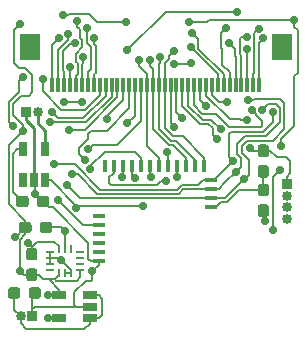
<source format=gtl>
G04 #@! TF.GenerationSoftware,KiCad,Pcbnew,(5.0.0)*
G04 #@! TF.CreationDate,2018-11-26T10:25:21+01:00*
G04 #@! TF.ProjectId,Insole_PCB,496E736F6C655F5043422E6B69636164,rev?*
G04 #@! TF.SameCoordinates,Original*
G04 #@! TF.FileFunction,Copper,L1,Top,Signal*
G04 #@! TF.FilePolarity,Positive*
%FSLAX46Y46*%
G04 Gerber Fmt 4.6, Leading zero omitted, Abs format (unit mm)*
G04 Created by KiCad (PCBNEW (5.0.0)) date 11/26/18 10:25:21*
%MOMM*%
%LPD*%
G01*
G04 APERTURE LIST*
G04 #@! TA.AperFunction,Conductor*
%ADD10C,0.100000*%
G04 #@! TD*
G04 #@! TA.AperFunction,SMDPad,CuDef*
%ADD11C,0.950000*%
G04 #@! TD*
G04 #@! TA.AperFunction,ComponentPad*
%ADD12R,0.850000X0.850000*%
G04 #@! TD*
G04 #@! TA.AperFunction,ComponentPad*
%ADD13O,0.850000X0.850000*%
G04 #@! TD*
G04 #@! TA.AperFunction,SMDPad,CuDef*
%ADD14R,1.800000X2.200000*%
G04 #@! TD*
G04 #@! TA.AperFunction,SMDPad,CuDef*
%ADD15R,0.300000X1.300000*%
G04 #@! TD*
G04 #@! TA.AperFunction,SMDPad,CuDef*
%ADD16R,1.000000X0.410000*%
G04 #@! TD*
G04 #@! TA.AperFunction,SMDPad,CuDef*
%ADD17R,0.410000X1.000000*%
G04 #@! TD*
G04 #@! TA.AperFunction,SMDPad,CuDef*
%ADD18R,0.650000X1.220000*%
G04 #@! TD*
G04 #@! TA.AperFunction,SMDPad,CuDef*
%ADD19R,0.250000X0.675000*%
G04 #@! TD*
G04 #@! TA.AperFunction,SMDPad,CuDef*
%ADD20R,0.675000X0.250000*%
G04 #@! TD*
G04 #@! TA.AperFunction,SMDPad,CuDef*
%ADD21R,1.220000X0.650000*%
G04 #@! TD*
G04 #@! TA.AperFunction,ViaPad*
%ADD22C,0.700000*%
G04 #@! TD*
G04 #@! TA.AperFunction,Conductor*
%ADD23C,0.250000*%
G04 #@! TD*
G04 #@! TA.AperFunction,Conductor*
%ADD24C,0.160000*%
G04 #@! TD*
G04 APERTURE END LIST*
D10*
G04 #@! TO.N,+BATT*
G04 #@! TO.C,C3*
G36*
X145310779Y-86976144D02*
X145333834Y-86979563D01*
X145356443Y-86985227D01*
X145378387Y-86993079D01*
X145399457Y-87003044D01*
X145419448Y-87015026D01*
X145438168Y-87028910D01*
X145455438Y-87044562D01*
X145471090Y-87061832D01*
X145484974Y-87080552D01*
X145496956Y-87100543D01*
X145506921Y-87121613D01*
X145514773Y-87143557D01*
X145520437Y-87166166D01*
X145523856Y-87189221D01*
X145525000Y-87212500D01*
X145525000Y-87687500D01*
X145523856Y-87710779D01*
X145520437Y-87733834D01*
X145514773Y-87756443D01*
X145506921Y-87778387D01*
X145496956Y-87799457D01*
X145484974Y-87819448D01*
X145471090Y-87838168D01*
X145455438Y-87855438D01*
X145438168Y-87871090D01*
X145419448Y-87884974D01*
X145399457Y-87896956D01*
X145378387Y-87906921D01*
X145356443Y-87914773D01*
X145333834Y-87920437D01*
X145310779Y-87923856D01*
X145287500Y-87925000D01*
X144712500Y-87925000D01*
X144689221Y-87923856D01*
X144666166Y-87920437D01*
X144643557Y-87914773D01*
X144621613Y-87906921D01*
X144600543Y-87896956D01*
X144580552Y-87884974D01*
X144561832Y-87871090D01*
X144544562Y-87855438D01*
X144528910Y-87838168D01*
X144515026Y-87819448D01*
X144503044Y-87799457D01*
X144493079Y-87778387D01*
X144485227Y-87756443D01*
X144479563Y-87733834D01*
X144476144Y-87710779D01*
X144475000Y-87687500D01*
X144475000Y-87212500D01*
X144476144Y-87189221D01*
X144479563Y-87166166D01*
X144485227Y-87143557D01*
X144493079Y-87121613D01*
X144503044Y-87100543D01*
X144515026Y-87080552D01*
X144528910Y-87061832D01*
X144544562Y-87044562D01*
X144561832Y-87028910D01*
X144580552Y-87015026D01*
X144600543Y-87003044D01*
X144621613Y-86993079D01*
X144643557Y-86985227D01*
X144666166Y-86979563D01*
X144689221Y-86976144D01*
X144712500Y-86975000D01*
X145287500Y-86975000D01*
X145310779Y-86976144D01*
X145310779Y-86976144D01*
G37*
D11*
G04 #@! TD*
G04 #@! TO.P,C3,2*
G04 #@! TO.N,+BATT*
X145000000Y-87450000D03*
D10*
G04 #@! TO.N,GND*
G04 #@! TO.C,C3*
G36*
X147060779Y-86976144D02*
X147083834Y-86979563D01*
X147106443Y-86985227D01*
X147128387Y-86993079D01*
X147149457Y-87003044D01*
X147169448Y-87015026D01*
X147188168Y-87028910D01*
X147205438Y-87044562D01*
X147221090Y-87061832D01*
X147234974Y-87080552D01*
X147246956Y-87100543D01*
X147256921Y-87121613D01*
X147264773Y-87143557D01*
X147270437Y-87166166D01*
X147273856Y-87189221D01*
X147275000Y-87212500D01*
X147275000Y-87687500D01*
X147273856Y-87710779D01*
X147270437Y-87733834D01*
X147264773Y-87756443D01*
X147256921Y-87778387D01*
X147246956Y-87799457D01*
X147234974Y-87819448D01*
X147221090Y-87838168D01*
X147205438Y-87855438D01*
X147188168Y-87871090D01*
X147169448Y-87884974D01*
X147149457Y-87896956D01*
X147128387Y-87906921D01*
X147106443Y-87914773D01*
X147083834Y-87920437D01*
X147060779Y-87923856D01*
X147037500Y-87925000D01*
X146462500Y-87925000D01*
X146439221Y-87923856D01*
X146416166Y-87920437D01*
X146393557Y-87914773D01*
X146371613Y-87906921D01*
X146350543Y-87896956D01*
X146330552Y-87884974D01*
X146311832Y-87871090D01*
X146294562Y-87855438D01*
X146278910Y-87838168D01*
X146265026Y-87819448D01*
X146253044Y-87799457D01*
X146243079Y-87778387D01*
X146235227Y-87756443D01*
X146229563Y-87733834D01*
X146226144Y-87710779D01*
X146225000Y-87687500D01*
X146225000Y-87212500D01*
X146226144Y-87189221D01*
X146229563Y-87166166D01*
X146235227Y-87143557D01*
X146243079Y-87121613D01*
X146253044Y-87100543D01*
X146265026Y-87080552D01*
X146278910Y-87061832D01*
X146294562Y-87044562D01*
X146311832Y-87028910D01*
X146330552Y-87015026D01*
X146350543Y-87003044D01*
X146371613Y-86993079D01*
X146393557Y-86985227D01*
X146416166Y-86979563D01*
X146439221Y-86976144D01*
X146462500Y-86975000D01*
X147037500Y-86975000D01*
X147060779Y-86976144D01*
X147060779Y-86976144D01*
G37*
D11*
G04 #@! TD*
G04 #@! TO.P,C3,1*
G04 #@! TO.N,GND*
X146750000Y-87450000D03*
D12*
G04 #@! TO.P,J1,1*
G04 #@! TO.N,GND*
X146000000Y-72100000D03*
D13*
G04 #@! TO.P,J1,2*
G04 #@! TO.N,+5V*
X147000000Y-72100000D03*
G04 #@! TD*
G04 #@! TO.P,J2,2*
G04 #@! TO.N,+BATT*
X145550000Y-89400000D03*
D12*
G04 #@! TO.P,J2,1*
G04 #@! TO.N,GND*
X146550000Y-89400000D03*
G04 #@! TD*
G04 #@! TO.P,J3,1*
G04 #@! TO.N,GND*
X168100000Y-78200000D03*
D13*
G04 #@! TO.P,J3,2*
G04 #@! TO.N,Net-(J3-Pad2)*
X168100000Y-79200000D03*
G04 #@! TO.P,J3,3*
G04 #@! TO.N,Net-(J3-Pad3)*
X168100000Y-80200000D03*
G04 #@! TO.P,J3,4*
G04 #@! TO.N,Net-(J3-Pad4)*
X168100000Y-81200000D03*
G04 #@! TD*
D14*
G04 #@! TO.P,J4,MP*
G04 #@! TO.N,N/C*
X146350000Y-66600000D03*
X167650000Y-66600000D03*
D15*
G04 #@! TO.P,J4,1*
G04 #@! TO.N,/U1_A7*
X165750000Y-69850000D03*
G04 #@! TO.P,J4,2*
G04 #@! TO.N,/U1_A6*
X165250000Y-69850000D03*
G04 #@! TO.P,J4,3*
G04 #@! TO.N,/U1_A5*
X164750000Y-69850000D03*
G04 #@! TO.P,J4,4*
G04 #@! TO.N,/U1_A4*
X164250000Y-69850000D03*
G04 #@! TO.P,J4,5*
G04 #@! TO.N,/U1_A3*
X163750000Y-69850000D03*
G04 #@! TO.P,J4,6*
G04 #@! TO.N,/U1_A2*
X163250000Y-69850000D03*
G04 #@! TO.P,J4,7*
G04 #@! TO.N,/U1_A1*
X162750000Y-69850000D03*
G04 #@! TO.P,J4,8*
G04 #@! TO.N,/U1_A0*
X162250000Y-69850000D03*
G04 #@! TO.P,J4,9*
G04 #@! TO.N,/U2_A7*
X161750000Y-69850000D03*
G04 #@! TO.P,J4,10*
G04 #@! TO.N,/U2_A6*
X161250000Y-69850000D03*
G04 #@! TO.P,J4,11*
G04 #@! TO.N,/U2_A5*
X160750000Y-69850000D03*
G04 #@! TO.P,J4,12*
G04 #@! TO.N,/U2_A4*
X160250000Y-69850000D03*
G04 #@! TO.P,J4,13*
G04 #@! TO.N,/U2_A3*
X159750000Y-69850000D03*
G04 #@! TO.P,J4,14*
G04 #@! TO.N,/U2_A2*
X159250000Y-69850000D03*
G04 #@! TO.P,J4,15*
G04 #@! TO.N,/U2_A1*
X158750000Y-69850000D03*
G04 #@! TO.P,J4,16*
G04 #@! TO.N,/U2_A0*
X158250000Y-69850000D03*
G04 #@! TO.P,J4,17*
G04 #@! TO.N,/U1_Data*
X157750000Y-69850000D03*
G04 #@! TO.P,J4,18*
G04 #@! TO.N,/U2_Data*
X157250000Y-69850000D03*
G04 #@! TO.P,J4,19*
G04 #@! TO.N,/U3_Data*
X156750000Y-69850000D03*
G04 #@! TO.P,J4,20*
G04 #@! TO.N,/U4_Data*
X156250000Y-69850000D03*
G04 #@! TO.P,J4,21*
G04 #@! TO.N,/U3_A7*
X155750000Y-69850000D03*
G04 #@! TO.P,J4,22*
G04 #@! TO.N,/U3_A6*
X155250000Y-69850000D03*
G04 #@! TO.P,J4,23*
G04 #@! TO.N,/U3_A5*
X154750000Y-69850000D03*
G04 #@! TO.P,J4,24*
G04 #@! TO.N,/U3_A4*
X154250000Y-69850000D03*
G04 #@! TO.P,J4,25*
G04 #@! TO.N,/U3_A3*
X153750000Y-69850000D03*
G04 #@! TO.P,J4,26*
G04 #@! TO.N,/U3_A2*
X153250000Y-69850000D03*
G04 #@! TO.P,J4,27*
G04 #@! TO.N,/U3_A1*
X152750000Y-69850000D03*
G04 #@! TO.P,J4,28*
G04 #@! TO.N,/U3_A0*
X152250000Y-69850000D03*
G04 #@! TO.P,J4,29*
G04 #@! TO.N,/U4_A7*
X151750000Y-69850000D03*
G04 #@! TO.P,J4,30*
G04 #@! TO.N,/U4_A6*
X151250000Y-69850000D03*
G04 #@! TO.P,J4,31*
G04 #@! TO.N,/U4_A5*
X150750000Y-69850000D03*
G04 #@! TO.P,J4,32*
G04 #@! TO.N,/U4_A4*
X150250000Y-69850000D03*
G04 #@! TO.P,J4,33*
G04 #@! TO.N,/U4_A3*
X149750000Y-69850000D03*
G04 #@! TO.P,J4,34*
G04 #@! TO.N,/U4_A2*
X149250000Y-69850000D03*
G04 #@! TO.P,J4,35*
G04 #@! TO.N,/U4_A1*
X148750000Y-69850000D03*
G04 #@! TO.P,J4,36*
G04 #@! TO.N,/U4_A0*
X148250000Y-69850000D03*
G04 #@! TD*
D10*
G04 #@! TO.N,Net-(R1-Pad1)*
G04 #@! TO.C,R1*
G36*
X146010779Y-79226144D02*
X146033834Y-79229563D01*
X146056443Y-79235227D01*
X146078387Y-79243079D01*
X146099457Y-79253044D01*
X146119448Y-79265026D01*
X146138168Y-79278910D01*
X146155438Y-79294562D01*
X146171090Y-79311832D01*
X146184974Y-79330552D01*
X146196956Y-79350543D01*
X146206921Y-79371613D01*
X146214773Y-79393557D01*
X146220437Y-79416166D01*
X146223856Y-79439221D01*
X146225000Y-79462500D01*
X146225000Y-79937500D01*
X146223856Y-79960779D01*
X146220437Y-79983834D01*
X146214773Y-80006443D01*
X146206921Y-80028387D01*
X146196956Y-80049457D01*
X146184974Y-80069448D01*
X146171090Y-80088168D01*
X146155438Y-80105438D01*
X146138168Y-80121090D01*
X146119448Y-80134974D01*
X146099457Y-80146956D01*
X146078387Y-80156921D01*
X146056443Y-80164773D01*
X146033834Y-80170437D01*
X146010779Y-80173856D01*
X145987500Y-80175000D01*
X145412500Y-80175000D01*
X145389221Y-80173856D01*
X145366166Y-80170437D01*
X145343557Y-80164773D01*
X145321613Y-80156921D01*
X145300543Y-80146956D01*
X145280552Y-80134974D01*
X145261832Y-80121090D01*
X145244562Y-80105438D01*
X145228910Y-80088168D01*
X145215026Y-80069448D01*
X145203044Y-80049457D01*
X145193079Y-80028387D01*
X145185227Y-80006443D01*
X145179563Y-79983834D01*
X145176144Y-79960779D01*
X145175000Y-79937500D01*
X145175000Y-79462500D01*
X145176144Y-79439221D01*
X145179563Y-79416166D01*
X145185227Y-79393557D01*
X145193079Y-79371613D01*
X145203044Y-79350543D01*
X145215026Y-79330552D01*
X145228910Y-79311832D01*
X145244562Y-79294562D01*
X145261832Y-79278910D01*
X145280552Y-79265026D01*
X145300543Y-79253044D01*
X145321613Y-79243079D01*
X145343557Y-79235227D01*
X145366166Y-79229563D01*
X145389221Y-79226144D01*
X145412500Y-79225000D01*
X145987500Y-79225000D01*
X146010779Y-79226144D01*
X146010779Y-79226144D01*
G37*
D11*
G04 #@! TD*
G04 #@! TO.P,R1,1*
G04 #@! TO.N,Net-(R1-Pad1)*
X145700000Y-79700000D03*
D10*
G04 #@! TO.N,GND*
G04 #@! TO.C,R1*
G36*
X147760779Y-79226144D02*
X147783834Y-79229563D01*
X147806443Y-79235227D01*
X147828387Y-79243079D01*
X147849457Y-79253044D01*
X147869448Y-79265026D01*
X147888168Y-79278910D01*
X147905438Y-79294562D01*
X147921090Y-79311832D01*
X147934974Y-79330552D01*
X147946956Y-79350543D01*
X147956921Y-79371613D01*
X147964773Y-79393557D01*
X147970437Y-79416166D01*
X147973856Y-79439221D01*
X147975000Y-79462500D01*
X147975000Y-79937500D01*
X147973856Y-79960779D01*
X147970437Y-79983834D01*
X147964773Y-80006443D01*
X147956921Y-80028387D01*
X147946956Y-80049457D01*
X147934974Y-80069448D01*
X147921090Y-80088168D01*
X147905438Y-80105438D01*
X147888168Y-80121090D01*
X147869448Y-80134974D01*
X147849457Y-80146956D01*
X147828387Y-80156921D01*
X147806443Y-80164773D01*
X147783834Y-80170437D01*
X147760779Y-80173856D01*
X147737500Y-80175000D01*
X147162500Y-80175000D01*
X147139221Y-80173856D01*
X147116166Y-80170437D01*
X147093557Y-80164773D01*
X147071613Y-80156921D01*
X147050543Y-80146956D01*
X147030552Y-80134974D01*
X147011832Y-80121090D01*
X146994562Y-80105438D01*
X146978910Y-80088168D01*
X146965026Y-80069448D01*
X146953044Y-80049457D01*
X146943079Y-80028387D01*
X146935227Y-80006443D01*
X146929563Y-79983834D01*
X146926144Y-79960779D01*
X146925000Y-79937500D01*
X146925000Y-79462500D01*
X146926144Y-79439221D01*
X146929563Y-79416166D01*
X146935227Y-79393557D01*
X146943079Y-79371613D01*
X146953044Y-79350543D01*
X146965026Y-79330552D01*
X146978910Y-79311832D01*
X146994562Y-79294562D01*
X147011832Y-79278910D01*
X147030552Y-79265026D01*
X147050543Y-79253044D01*
X147071613Y-79243079D01*
X147093557Y-79235227D01*
X147116166Y-79229563D01*
X147139221Y-79226144D01*
X147162500Y-79225000D01*
X147737500Y-79225000D01*
X147760779Y-79226144D01*
X147760779Y-79226144D01*
G37*
D11*
G04 #@! TD*
G04 #@! TO.P,R1,2*
G04 #@! TO.N,GND*
X147450000Y-79700000D03*
D10*
G04 #@! TO.N,+3V3*
G04 #@! TO.C,R2*
G36*
X146760779Y-85376144D02*
X146783834Y-85379563D01*
X146806443Y-85385227D01*
X146828387Y-85393079D01*
X146849457Y-85403044D01*
X146869448Y-85415026D01*
X146888168Y-85428910D01*
X146905438Y-85444562D01*
X146921090Y-85461832D01*
X146934974Y-85480552D01*
X146946956Y-85500543D01*
X146956921Y-85521613D01*
X146964773Y-85543557D01*
X146970437Y-85566166D01*
X146973856Y-85589221D01*
X146975000Y-85612500D01*
X146975000Y-86187500D01*
X146973856Y-86210779D01*
X146970437Y-86233834D01*
X146964773Y-86256443D01*
X146956921Y-86278387D01*
X146946956Y-86299457D01*
X146934974Y-86319448D01*
X146921090Y-86338168D01*
X146905438Y-86355438D01*
X146888168Y-86371090D01*
X146869448Y-86384974D01*
X146849457Y-86396956D01*
X146828387Y-86406921D01*
X146806443Y-86414773D01*
X146783834Y-86420437D01*
X146760779Y-86423856D01*
X146737500Y-86425000D01*
X146262500Y-86425000D01*
X146239221Y-86423856D01*
X146216166Y-86420437D01*
X146193557Y-86414773D01*
X146171613Y-86406921D01*
X146150543Y-86396956D01*
X146130552Y-86384974D01*
X146111832Y-86371090D01*
X146094562Y-86355438D01*
X146078910Y-86338168D01*
X146065026Y-86319448D01*
X146053044Y-86299457D01*
X146043079Y-86278387D01*
X146035227Y-86256443D01*
X146029563Y-86233834D01*
X146026144Y-86210779D01*
X146025000Y-86187500D01*
X146025000Y-85612500D01*
X146026144Y-85589221D01*
X146029563Y-85566166D01*
X146035227Y-85543557D01*
X146043079Y-85521613D01*
X146053044Y-85500543D01*
X146065026Y-85480552D01*
X146078910Y-85461832D01*
X146094562Y-85444562D01*
X146111832Y-85428910D01*
X146130552Y-85415026D01*
X146150543Y-85403044D01*
X146171613Y-85393079D01*
X146193557Y-85385227D01*
X146216166Y-85379563D01*
X146239221Y-85376144D01*
X146262500Y-85375000D01*
X146737500Y-85375000D01*
X146760779Y-85376144D01*
X146760779Y-85376144D01*
G37*
D11*
G04 #@! TD*
G04 #@! TO.P,R2,1*
G04 #@! TO.N,+3V3*
X146500000Y-85900000D03*
D10*
G04 #@! TO.N,Net-(R2-Pad2)*
G04 #@! TO.C,R2*
G36*
X146760779Y-83626144D02*
X146783834Y-83629563D01*
X146806443Y-83635227D01*
X146828387Y-83643079D01*
X146849457Y-83653044D01*
X146869448Y-83665026D01*
X146888168Y-83678910D01*
X146905438Y-83694562D01*
X146921090Y-83711832D01*
X146934974Y-83730552D01*
X146946956Y-83750543D01*
X146956921Y-83771613D01*
X146964773Y-83793557D01*
X146970437Y-83816166D01*
X146973856Y-83839221D01*
X146975000Y-83862500D01*
X146975000Y-84437500D01*
X146973856Y-84460779D01*
X146970437Y-84483834D01*
X146964773Y-84506443D01*
X146956921Y-84528387D01*
X146946956Y-84549457D01*
X146934974Y-84569448D01*
X146921090Y-84588168D01*
X146905438Y-84605438D01*
X146888168Y-84621090D01*
X146869448Y-84634974D01*
X146849457Y-84646956D01*
X146828387Y-84656921D01*
X146806443Y-84664773D01*
X146783834Y-84670437D01*
X146760779Y-84673856D01*
X146737500Y-84675000D01*
X146262500Y-84675000D01*
X146239221Y-84673856D01*
X146216166Y-84670437D01*
X146193557Y-84664773D01*
X146171613Y-84656921D01*
X146150543Y-84646956D01*
X146130552Y-84634974D01*
X146111832Y-84621090D01*
X146094562Y-84605438D01*
X146078910Y-84588168D01*
X146065026Y-84569448D01*
X146053044Y-84549457D01*
X146043079Y-84528387D01*
X146035227Y-84506443D01*
X146029563Y-84483834D01*
X146026144Y-84460779D01*
X146025000Y-84437500D01*
X146025000Y-83862500D01*
X146026144Y-83839221D01*
X146029563Y-83816166D01*
X146035227Y-83793557D01*
X146043079Y-83771613D01*
X146053044Y-83750543D01*
X146065026Y-83730552D01*
X146078910Y-83711832D01*
X146094562Y-83694562D01*
X146111832Y-83678910D01*
X146130552Y-83665026D01*
X146150543Y-83653044D01*
X146171613Y-83643079D01*
X146193557Y-83635227D01*
X146216166Y-83629563D01*
X146239221Y-83626144D01*
X146262500Y-83625000D01*
X146737500Y-83625000D01*
X146760779Y-83626144D01*
X146760779Y-83626144D01*
G37*
D11*
G04 #@! TD*
G04 #@! TO.P,R2,2*
G04 #@! TO.N,Net-(R2-Pad2)*
X146500000Y-84150000D03*
D10*
G04 #@! TO.N,Net-(R3-Pad2)*
G04 #@! TO.C,R3*
G36*
X148010779Y-81426144D02*
X148033834Y-81429563D01*
X148056443Y-81435227D01*
X148078387Y-81443079D01*
X148099457Y-81453044D01*
X148119448Y-81465026D01*
X148138168Y-81478910D01*
X148155438Y-81494562D01*
X148171090Y-81511832D01*
X148184974Y-81530552D01*
X148196956Y-81550543D01*
X148206921Y-81571613D01*
X148214773Y-81593557D01*
X148220437Y-81616166D01*
X148223856Y-81639221D01*
X148225000Y-81662500D01*
X148225000Y-82137500D01*
X148223856Y-82160779D01*
X148220437Y-82183834D01*
X148214773Y-82206443D01*
X148206921Y-82228387D01*
X148196956Y-82249457D01*
X148184974Y-82269448D01*
X148171090Y-82288168D01*
X148155438Y-82305438D01*
X148138168Y-82321090D01*
X148119448Y-82334974D01*
X148099457Y-82346956D01*
X148078387Y-82356921D01*
X148056443Y-82364773D01*
X148033834Y-82370437D01*
X148010779Y-82373856D01*
X147987500Y-82375000D01*
X147412500Y-82375000D01*
X147389221Y-82373856D01*
X147366166Y-82370437D01*
X147343557Y-82364773D01*
X147321613Y-82356921D01*
X147300543Y-82346956D01*
X147280552Y-82334974D01*
X147261832Y-82321090D01*
X147244562Y-82305438D01*
X147228910Y-82288168D01*
X147215026Y-82269448D01*
X147203044Y-82249457D01*
X147193079Y-82228387D01*
X147185227Y-82206443D01*
X147179563Y-82183834D01*
X147176144Y-82160779D01*
X147175000Y-82137500D01*
X147175000Y-81662500D01*
X147176144Y-81639221D01*
X147179563Y-81616166D01*
X147185227Y-81593557D01*
X147193079Y-81571613D01*
X147203044Y-81550543D01*
X147215026Y-81530552D01*
X147228910Y-81511832D01*
X147244562Y-81494562D01*
X147261832Y-81478910D01*
X147280552Y-81465026D01*
X147300543Y-81453044D01*
X147321613Y-81443079D01*
X147343557Y-81435227D01*
X147366166Y-81429563D01*
X147389221Y-81426144D01*
X147412500Y-81425000D01*
X147987500Y-81425000D01*
X148010779Y-81426144D01*
X148010779Y-81426144D01*
G37*
D11*
G04 #@! TD*
G04 #@! TO.P,R3,2*
G04 #@! TO.N,Net-(R3-Pad2)*
X147700000Y-81900000D03*
D10*
G04 #@! TO.N,+3V3*
G04 #@! TO.C,R3*
G36*
X146260779Y-81426144D02*
X146283834Y-81429563D01*
X146306443Y-81435227D01*
X146328387Y-81443079D01*
X146349457Y-81453044D01*
X146369448Y-81465026D01*
X146388168Y-81478910D01*
X146405438Y-81494562D01*
X146421090Y-81511832D01*
X146434974Y-81530552D01*
X146446956Y-81550543D01*
X146456921Y-81571613D01*
X146464773Y-81593557D01*
X146470437Y-81616166D01*
X146473856Y-81639221D01*
X146475000Y-81662500D01*
X146475000Y-82137500D01*
X146473856Y-82160779D01*
X146470437Y-82183834D01*
X146464773Y-82206443D01*
X146456921Y-82228387D01*
X146446956Y-82249457D01*
X146434974Y-82269448D01*
X146421090Y-82288168D01*
X146405438Y-82305438D01*
X146388168Y-82321090D01*
X146369448Y-82334974D01*
X146349457Y-82346956D01*
X146328387Y-82356921D01*
X146306443Y-82364773D01*
X146283834Y-82370437D01*
X146260779Y-82373856D01*
X146237500Y-82375000D01*
X145662500Y-82375000D01*
X145639221Y-82373856D01*
X145616166Y-82370437D01*
X145593557Y-82364773D01*
X145571613Y-82356921D01*
X145550543Y-82346956D01*
X145530552Y-82334974D01*
X145511832Y-82321090D01*
X145494562Y-82305438D01*
X145478910Y-82288168D01*
X145465026Y-82269448D01*
X145453044Y-82249457D01*
X145443079Y-82228387D01*
X145435227Y-82206443D01*
X145429563Y-82183834D01*
X145426144Y-82160779D01*
X145425000Y-82137500D01*
X145425000Y-81662500D01*
X145426144Y-81639221D01*
X145429563Y-81616166D01*
X145435227Y-81593557D01*
X145443079Y-81571613D01*
X145453044Y-81550543D01*
X145465026Y-81530552D01*
X145478910Y-81511832D01*
X145494562Y-81494562D01*
X145511832Y-81478910D01*
X145530552Y-81465026D01*
X145550543Y-81453044D01*
X145571613Y-81443079D01*
X145593557Y-81435227D01*
X145616166Y-81429563D01*
X145639221Y-81426144D01*
X145662500Y-81425000D01*
X146237500Y-81425000D01*
X146260779Y-81426144D01*
X146260779Y-81426144D01*
G37*
D11*
G04 #@! TD*
G04 #@! TO.P,R3,1*
G04 #@! TO.N,+3V3*
X145950000Y-81900000D03*
D10*
G04 #@! TO.N,+BATT*
G04 #@! TO.C,R9*
G36*
X166360779Y-79951144D02*
X166383834Y-79954563D01*
X166406443Y-79960227D01*
X166428387Y-79968079D01*
X166449457Y-79978044D01*
X166469448Y-79990026D01*
X166488168Y-80003910D01*
X166505438Y-80019562D01*
X166521090Y-80036832D01*
X166534974Y-80055552D01*
X166546956Y-80075543D01*
X166556921Y-80096613D01*
X166564773Y-80118557D01*
X166570437Y-80141166D01*
X166573856Y-80164221D01*
X166575000Y-80187500D01*
X166575000Y-80762500D01*
X166573856Y-80785779D01*
X166570437Y-80808834D01*
X166564773Y-80831443D01*
X166556921Y-80853387D01*
X166546956Y-80874457D01*
X166534974Y-80894448D01*
X166521090Y-80913168D01*
X166505438Y-80930438D01*
X166488168Y-80946090D01*
X166469448Y-80959974D01*
X166449457Y-80971956D01*
X166428387Y-80981921D01*
X166406443Y-80989773D01*
X166383834Y-80995437D01*
X166360779Y-80998856D01*
X166337500Y-81000000D01*
X165862500Y-81000000D01*
X165839221Y-80998856D01*
X165816166Y-80995437D01*
X165793557Y-80989773D01*
X165771613Y-80981921D01*
X165750543Y-80971956D01*
X165730552Y-80959974D01*
X165711832Y-80946090D01*
X165694562Y-80930438D01*
X165678910Y-80913168D01*
X165665026Y-80894448D01*
X165653044Y-80874457D01*
X165643079Y-80853387D01*
X165635227Y-80831443D01*
X165629563Y-80808834D01*
X165626144Y-80785779D01*
X165625000Y-80762500D01*
X165625000Y-80187500D01*
X165626144Y-80164221D01*
X165629563Y-80141166D01*
X165635227Y-80118557D01*
X165643079Y-80096613D01*
X165653044Y-80075543D01*
X165665026Y-80055552D01*
X165678910Y-80036832D01*
X165694562Y-80019562D01*
X165711832Y-80003910D01*
X165730552Y-79990026D01*
X165750543Y-79978044D01*
X165771613Y-79968079D01*
X165793557Y-79960227D01*
X165816166Y-79954563D01*
X165839221Y-79951144D01*
X165862500Y-79950000D01*
X166337500Y-79950000D01*
X166360779Y-79951144D01*
X166360779Y-79951144D01*
G37*
D11*
G04 #@! TD*
G04 #@! TO.P,R9,2*
G04 #@! TO.N,+BATT*
X166100000Y-80475000D03*
D10*
G04 #@! TO.N,Net-(R10-Pad2)*
G04 #@! TO.C,R9*
G36*
X166360779Y-78201144D02*
X166383834Y-78204563D01*
X166406443Y-78210227D01*
X166428387Y-78218079D01*
X166449457Y-78228044D01*
X166469448Y-78240026D01*
X166488168Y-78253910D01*
X166505438Y-78269562D01*
X166521090Y-78286832D01*
X166534974Y-78305552D01*
X166546956Y-78325543D01*
X166556921Y-78346613D01*
X166564773Y-78368557D01*
X166570437Y-78391166D01*
X166573856Y-78414221D01*
X166575000Y-78437500D01*
X166575000Y-79012500D01*
X166573856Y-79035779D01*
X166570437Y-79058834D01*
X166564773Y-79081443D01*
X166556921Y-79103387D01*
X166546956Y-79124457D01*
X166534974Y-79144448D01*
X166521090Y-79163168D01*
X166505438Y-79180438D01*
X166488168Y-79196090D01*
X166469448Y-79209974D01*
X166449457Y-79221956D01*
X166428387Y-79231921D01*
X166406443Y-79239773D01*
X166383834Y-79245437D01*
X166360779Y-79248856D01*
X166337500Y-79250000D01*
X165862500Y-79250000D01*
X165839221Y-79248856D01*
X165816166Y-79245437D01*
X165793557Y-79239773D01*
X165771613Y-79231921D01*
X165750543Y-79221956D01*
X165730552Y-79209974D01*
X165711832Y-79196090D01*
X165694562Y-79180438D01*
X165678910Y-79163168D01*
X165665026Y-79144448D01*
X165653044Y-79124457D01*
X165643079Y-79103387D01*
X165635227Y-79081443D01*
X165629563Y-79058834D01*
X165626144Y-79035779D01*
X165625000Y-79012500D01*
X165625000Y-78437500D01*
X165626144Y-78414221D01*
X165629563Y-78391166D01*
X165635227Y-78368557D01*
X165643079Y-78346613D01*
X165653044Y-78325543D01*
X165665026Y-78305552D01*
X165678910Y-78286832D01*
X165694562Y-78269562D01*
X165711832Y-78253910D01*
X165730552Y-78240026D01*
X165750543Y-78228044D01*
X165771613Y-78218079D01*
X165793557Y-78210227D01*
X165816166Y-78204563D01*
X165839221Y-78201144D01*
X165862500Y-78200000D01*
X166337500Y-78200000D01*
X166360779Y-78201144D01*
X166360779Y-78201144D01*
G37*
D11*
G04 #@! TD*
G04 #@! TO.P,R9,1*
G04 #@! TO.N,Net-(R10-Pad2)*
X166100000Y-78725000D03*
D10*
G04 #@! TO.N,GND*
G04 #@! TO.C,R10*
G36*
X166360779Y-74876144D02*
X166383834Y-74879563D01*
X166406443Y-74885227D01*
X166428387Y-74893079D01*
X166449457Y-74903044D01*
X166469448Y-74915026D01*
X166488168Y-74928910D01*
X166505438Y-74944562D01*
X166521090Y-74961832D01*
X166534974Y-74980552D01*
X166546956Y-75000543D01*
X166556921Y-75021613D01*
X166564773Y-75043557D01*
X166570437Y-75066166D01*
X166573856Y-75089221D01*
X166575000Y-75112500D01*
X166575000Y-75687500D01*
X166573856Y-75710779D01*
X166570437Y-75733834D01*
X166564773Y-75756443D01*
X166556921Y-75778387D01*
X166546956Y-75799457D01*
X166534974Y-75819448D01*
X166521090Y-75838168D01*
X166505438Y-75855438D01*
X166488168Y-75871090D01*
X166469448Y-75884974D01*
X166449457Y-75896956D01*
X166428387Y-75906921D01*
X166406443Y-75914773D01*
X166383834Y-75920437D01*
X166360779Y-75923856D01*
X166337500Y-75925000D01*
X165862500Y-75925000D01*
X165839221Y-75923856D01*
X165816166Y-75920437D01*
X165793557Y-75914773D01*
X165771613Y-75906921D01*
X165750543Y-75896956D01*
X165730552Y-75884974D01*
X165711832Y-75871090D01*
X165694562Y-75855438D01*
X165678910Y-75838168D01*
X165665026Y-75819448D01*
X165653044Y-75799457D01*
X165643079Y-75778387D01*
X165635227Y-75756443D01*
X165629563Y-75733834D01*
X165626144Y-75710779D01*
X165625000Y-75687500D01*
X165625000Y-75112500D01*
X165626144Y-75089221D01*
X165629563Y-75066166D01*
X165635227Y-75043557D01*
X165643079Y-75021613D01*
X165653044Y-75000543D01*
X165665026Y-74980552D01*
X165678910Y-74961832D01*
X165694562Y-74944562D01*
X165711832Y-74928910D01*
X165730552Y-74915026D01*
X165750543Y-74903044D01*
X165771613Y-74893079D01*
X165793557Y-74885227D01*
X165816166Y-74879563D01*
X165839221Y-74876144D01*
X165862500Y-74875000D01*
X166337500Y-74875000D01*
X166360779Y-74876144D01*
X166360779Y-74876144D01*
G37*
D11*
G04 #@! TD*
G04 #@! TO.P,R10,1*
G04 #@! TO.N,GND*
X166100000Y-75400000D03*
D10*
G04 #@! TO.N,Net-(R10-Pad2)*
G04 #@! TO.C,R10*
G36*
X166360779Y-76626144D02*
X166383834Y-76629563D01*
X166406443Y-76635227D01*
X166428387Y-76643079D01*
X166449457Y-76653044D01*
X166469448Y-76665026D01*
X166488168Y-76678910D01*
X166505438Y-76694562D01*
X166521090Y-76711832D01*
X166534974Y-76730552D01*
X166546956Y-76750543D01*
X166556921Y-76771613D01*
X166564773Y-76793557D01*
X166570437Y-76816166D01*
X166573856Y-76839221D01*
X166575000Y-76862500D01*
X166575000Y-77437500D01*
X166573856Y-77460779D01*
X166570437Y-77483834D01*
X166564773Y-77506443D01*
X166556921Y-77528387D01*
X166546956Y-77549457D01*
X166534974Y-77569448D01*
X166521090Y-77588168D01*
X166505438Y-77605438D01*
X166488168Y-77621090D01*
X166469448Y-77634974D01*
X166449457Y-77646956D01*
X166428387Y-77656921D01*
X166406443Y-77664773D01*
X166383834Y-77670437D01*
X166360779Y-77673856D01*
X166337500Y-77675000D01*
X165862500Y-77675000D01*
X165839221Y-77673856D01*
X165816166Y-77670437D01*
X165793557Y-77664773D01*
X165771613Y-77656921D01*
X165750543Y-77646956D01*
X165730552Y-77634974D01*
X165711832Y-77621090D01*
X165694562Y-77605438D01*
X165678910Y-77588168D01*
X165665026Y-77569448D01*
X165653044Y-77549457D01*
X165643079Y-77528387D01*
X165635227Y-77506443D01*
X165629563Y-77483834D01*
X165626144Y-77460779D01*
X165625000Y-77437500D01*
X165625000Y-76862500D01*
X165626144Y-76839221D01*
X165629563Y-76816166D01*
X165635227Y-76793557D01*
X165643079Y-76771613D01*
X165653044Y-76750543D01*
X165665026Y-76730552D01*
X165678910Y-76711832D01*
X165694562Y-76694562D01*
X165711832Y-76678910D01*
X165730552Y-76665026D01*
X165750543Y-76653044D01*
X165771613Y-76643079D01*
X165793557Y-76635227D01*
X165816166Y-76629563D01*
X165839221Y-76626144D01*
X165862500Y-76625000D01*
X166337500Y-76625000D01*
X166360779Y-76626144D01*
X166360779Y-76626144D01*
G37*
D11*
G04 #@! TD*
G04 #@! TO.P,R10,2*
G04 #@! TO.N,Net-(R10-Pad2)*
X166100000Y-77150000D03*
D16*
G04 #@! TO.P,U5,6*
G04 #@! TO.N,Net-(U5-Pad6)*
X152160000Y-80950000D03*
G04 #@! TO.P,U5,22*
G04 #@! TO.N,Net-(R10-Pad2)*
X161650000Y-80180000D03*
G04 #@! TO.P,U5,21*
G04 #@! TO.N,/S2*
X161650000Y-79420000D03*
G04 #@! TO.P,U5,20*
G04 #@! TO.N,/S1*
X161650000Y-78660000D03*
G04 #@! TO.P,U5,19*
G04 #@! TO.N,/S0*
X161650000Y-77900000D03*
D17*
G04 #@! TO.P,U5,18*
G04 #@! TO.N,/U1_Data*
X161090000Y-76660000D03*
G04 #@! TO.P,U5,17*
G04 #@! TO.N,/U2_Data*
X160330000Y-76660000D03*
G04 #@! TO.P,U5,16*
G04 #@! TO.N,/U3_Data*
X159570000Y-76660000D03*
G04 #@! TO.P,U5,15*
G04 #@! TO.N,Net-(J3-Pad2)*
X158810000Y-76660000D03*
G04 #@! TO.P,U5,14*
G04 #@! TO.N,Net-(L2-Pad2)*
X158050000Y-76660000D03*
G04 #@! TO.P,U5,13*
G04 #@! TO.N,/U4_Data*
X157280000Y-76660000D03*
G04 #@! TO.P,U5,12*
G04 #@! TO.N,Net-(J3-Pad4)*
X156520000Y-76660000D03*
G04 #@! TO.P,U5,11*
G04 #@! TO.N,GND*
X155760000Y-76660000D03*
G04 #@! TO.P,U5,10*
G04 #@! TO.N,Net-(R3-Pad2)*
X155000000Y-76660000D03*
G04 #@! TO.P,U5,9*
G04 #@! TO.N,Net-(R2-Pad2)*
X154240000Y-76660000D03*
G04 #@! TO.P,U5,8*
G04 #@! TO.N,Net-(J3-Pad3)*
X153470000Y-76660000D03*
G04 #@! TO.P,U5,7*
G04 #@! TO.N,/MUX_E*
X152710000Y-76660000D03*
D16*
G04 #@! TO.P,U5,5*
G04 #@! TO.N,Net-(L1-Pad2)*
X152160000Y-81710000D03*
G04 #@! TO.P,U5,4*
G04 #@! TO.N,Net-(U5-Pad4)*
X152160000Y-82470000D03*
G04 #@! TO.P,U5,3*
G04 #@! TO.N,Net-(U5-Pad3)*
X152160000Y-83230000D03*
G04 #@! TO.P,U5,2*
G04 #@! TO.N,Net-(U5-Pad2)*
X152160000Y-83990000D03*
G04 #@! TO.P,U5,1*
G04 #@! TO.N,GND*
X152160000Y-84760000D03*
G04 #@! TD*
D18*
G04 #@! TO.P,U6,5*
G04 #@! TO.N,Net-(R1-Pad1)*
X145750000Y-75290000D03*
G04 #@! TO.P,U6,4*
G04 #@! TO.N,+5V*
X147650000Y-75290000D03*
G04 #@! TO.P,U6,3*
G04 #@! TO.N,+BATT*
X147650000Y-77910000D03*
G04 #@! TO.P,U6,2*
G04 #@! TO.N,GND*
X146700000Y-77910000D03*
G04 #@! TO.P,U6,1*
G04 #@! TO.N,Net-(U6-Pad1)*
X145750000Y-77910000D03*
G04 #@! TD*
D19*
G04 #@! TO.P,U7,13*
G04 #@! TO.N,Net-(R3-Pad2)*
X149300000Y-83700000D03*
G04 #@! TO.P,U7,14*
G04 #@! TO.N,Net-(R2-Pad2)*
X148800000Y-83700000D03*
G04 #@! TO.P,U7,12*
G04 #@! TO.N,Net-(U7-Pad12)*
X149800000Y-83700000D03*
G04 #@! TO.P,U7,5*
G04 #@! TO.N,+3V3*
X148800000Y-85725000D03*
G04 #@! TO.P,U7,6*
G04 #@! TO.N,GND*
X149300000Y-85725000D03*
G04 #@! TO.P,U7,7*
X149800000Y-85725000D03*
D20*
G04 #@! TO.P,U7,1*
X148037500Y-83962500D03*
G04 #@! TO.P,U7,2*
X148037500Y-84462500D03*
G04 #@! TO.P,U7,3*
X148037500Y-84962500D03*
G04 #@! TO.P,U7,4*
G04 #@! TO.N,Net-(U7-Pad4)*
X148037500Y-85462500D03*
G04 #@! TO.P,U7,8*
G04 #@! TO.N,+3V3*
X150562500Y-85462500D03*
G04 #@! TO.P,U7,9*
G04 #@! TO.N,Net-(U7-Pad9)*
X150562500Y-84962500D03*
G04 #@! TO.P,U7,10*
G04 #@! TO.N,Net-(U7-Pad10)*
X150562500Y-84462500D03*
G04 #@! TO.P,U7,11*
G04 #@! TO.N,Net-(U7-Pad11)*
X150562500Y-83962500D03*
G04 #@! TD*
D21*
G04 #@! TO.P,U8,1*
G04 #@! TO.N,+BATT*
X151410000Y-89550000D03*
G04 #@! TO.P,U8,2*
G04 #@! TO.N,GND*
X151410000Y-88600000D03*
G04 #@! TO.P,U8,3*
G04 #@! TO.N,+BATT*
X151410000Y-87650000D03*
G04 #@! TO.P,U8,4*
G04 #@! TO.N,+3V3*
X148790000Y-87650000D03*
G04 #@! TO.P,U8,5*
G04 #@! TO.N,Net-(L3-Pad1)*
X148790000Y-89550000D03*
G04 #@! TD*
D22*
G04 #@! TO.N,GND*
X151458827Y-76967871D03*
X151600000Y-85600000D03*
X148987500Y-84700000D03*
X146800000Y-79100000D03*
X158565845Y-68075111D03*
X160000000Y-68000000D03*
X165000000Y-75200000D03*
G04 #@! TO.N,+3V3*
X149100000Y-63900000D03*
X154500000Y-64500000D03*
X168700000Y-64300000D03*
X159800000Y-64500000D03*
X145500000Y-85600000D03*
X167600000Y-75000000D03*
X147900000Y-87600000D03*
X145500000Y-64650000D03*
X145750000Y-73750000D03*
X145100000Y-82700000D03*
G04 #@! TO.N,+BATT*
X150270478Y-80279522D03*
X166270000Y-81328254D03*
X155950000Y-80050033D03*
G04 #@! TO.N,Net-(J3-Pad2)*
X158800000Y-77650000D03*
G04 #@! TO.N,Net-(J3-Pad3)*
X157900000Y-78000000D03*
G04 #@! TO.N,Net-(J3-Pad4)*
X156589091Y-77650000D03*
G04 #@! TO.N,/U1_A7*
X166100000Y-65900000D03*
G04 #@! TO.N,/U1_A6*
X165697507Y-65095014D03*
G04 #@! TO.N,/U1_A5*
X164717508Y-66800000D03*
G04 #@! TO.N,/U1_A4*
X164717508Y-65800000D03*
G04 #@! TO.N,/U1_A3*
X163200000Y-66300000D03*
G04 #@! TO.N,/U1_A2*
X162950000Y-65000000D03*
G04 #@! TO.N,/U1_A1*
X160050000Y-65450000D03*
G04 #@! TO.N,/U1_A0*
X159950000Y-66650000D03*
G04 #@! TO.N,/U2_A7*
X163000000Y-71300000D03*
G04 #@! TO.N,/U2_A6*
X164699911Y-72770000D03*
G04 #@! TO.N,/U2_A5*
X161254522Y-71645478D03*
G04 #@! TO.N,/U2_A4*
X165107299Y-71963197D03*
G04 #@! TO.N,/U2_A3*
X162490606Y-73581562D03*
G04 #@! TO.N,/U2_A2*
X162189460Y-74429686D03*
G04 #@! TO.N,/U2_A1*
X159200000Y-72600000D03*
G04 #@! TO.N,/U2_A0*
X158570000Y-73404986D03*
G04 #@! TO.N,/U1_Data*
X158500000Y-67000000D03*
G04 #@! TO.N,/U2_Data*
X157354640Y-67465077D03*
G04 #@! TO.N,/U3_Data*
X156500930Y-67750000D03*
G04 #@! TO.N,/U4_Data*
X155600927Y-67750000D03*
G04 #@! TO.N,/U3_A7*
X151300000Y-75300000D03*
G04 #@! TO.N,/U3_A6*
X154600000Y-73100000D03*
G04 #@! TO.N,/U3_A5*
X151017337Y-76173732D03*
G04 #@! TO.N,/U3_A4*
X152900000Y-72700000D03*
G04 #@! TO.N,/U3_A3*
X149620011Y-73630000D03*
G04 #@! TO.N,/U3_A2*
X148000000Y-73000000D03*
G04 #@! TO.N,/U3_A1*
X148218282Y-72126870D03*
G04 #@! TO.N,/U3_A0*
X147450000Y-69300000D03*
G04 #@! TO.N,/U4_A7*
X151761797Y-65895000D03*
G04 #@! TO.N,/U4_A6*
X151200000Y-65000000D03*
G04 #@! TO.N,/U4_A5*
X150870000Y-67500000D03*
G04 #@! TO.N,/U4_A4*
X150366902Y-64433098D03*
G04 #@! TO.N,/U4_A3*
X149740010Y-68310145D03*
G04 #@! TO.N,/U4_A2*
X150141786Y-66326020D03*
G04 #@! TO.N,/U4_A1*
X149606993Y-65496547D03*
G04 #@! TO.N,/U4_A0*
X148800000Y-65895000D03*
G04 #@! TO.N,Net-(L1-Pad2)*
X148700000Y-79600000D03*
G04 #@! TO.N,Net-(L2-Pad2)*
X157964532Y-75526696D03*
G04 #@! TO.N,Net-(L3-Pad1)*
X147850000Y-89600000D03*
G04 #@! TO.N,Net-(R2-Pad2)*
X146200000Y-83200000D03*
X154160000Y-77670000D03*
G04 #@! TO.N,Net-(R3-Pad2)*
X149300000Y-82200000D03*
X155230000Y-77710000D03*
G04 #@! TO.N,/S0*
X166900000Y-72100000D03*
X148375351Y-76559735D03*
X163545000Y-76300000D03*
G04 #@! TO.N,/S1*
X166006948Y-71988369D03*
X149900000Y-77400000D03*
X149260478Y-71269522D03*
X150709522Y-71309522D03*
X163770000Y-77200000D03*
G04 #@! TO.N,/S2*
X149500000Y-78300000D03*
X164500000Y-77800000D03*
X145750000Y-69150000D03*
X144929522Y-73320478D03*
X164772022Y-71127978D03*
G04 #@! TO.N,/MUX_E*
X166900000Y-82100000D03*
X167488910Y-77011090D03*
X154600000Y-66900000D03*
X163850000Y-63670000D03*
G04 #@! TD*
D23*
G04 #@! TO.N,GND*
X146700000Y-77050000D02*
X146700000Y-77910000D01*
X146700000Y-73475000D02*
X146700000Y-77050000D01*
X146000000Y-72775000D02*
X146700000Y-73475000D01*
X146000000Y-72100000D02*
X146000000Y-72775000D01*
D24*
X155760000Y-76000000D02*
X155260000Y-75500000D01*
X155760000Y-76660000D02*
X155760000Y-76000000D01*
X151458827Y-76702171D02*
X151458827Y-76967871D01*
X155260000Y-75500000D02*
X152660998Y-75500000D01*
X152660998Y-75500000D02*
X151458827Y-76702171D01*
X149800000Y-85725000D02*
X149300000Y-85725000D01*
X148037500Y-83962500D02*
X148037500Y-84462500D01*
X148037500Y-84462500D02*
X148037500Y-84962500D01*
X149800000Y-85512500D02*
X149800000Y-85725000D01*
X148037500Y-84462500D02*
X148750000Y-84462500D01*
X152160000Y-84760000D02*
X152160000Y-85040000D01*
X152160000Y-85040000D02*
X151600000Y-85600000D01*
X148750000Y-84462500D02*
X148987500Y-84700000D01*
X148987500Y-84700000D02*
X149800000Y-85512500D01*
X146850000Y-79100000D02*
X147450000Y-79700000D01*
X146800000Y-79100000D02*
X146850000Y-79100000D01*
X146800000Y-78010000D02*
X146700000Y-77910000D01*
X146800000Y-79100000D02*
X146800000Y-78010000D01*
X147949072Y-80199072D02*
X148299072Y-80199072D01*
X147450000Y-79700000D02*
X147949072Y-80199072D01*
X148299072Y-80199072D02*
X151300000Y-83200000D01*
X151500000Y-84760000D02*
X152160000Y-84760000D01*
X151300000Y-84560000D02*
X151500000Y-84760000D01*
X151300000Y-83200000D02*
X151300000Y-84560000D01*
X151410000Y-88600000D02*
X150250000Y-88600000D01*
X150250000Y-88600000D02*
X150100000Y-88450000D01*
X150100000Y-88450000D02*
X150100000Y-87400000D01*
X150100000Y-87400000D02*
X151050000Y-86450000D01*
X151050000Y-86450000D02*
X151500000Y-86450000D01*
X151600000Y-86350000D02*
X151600000Y-85600000D01*
X151500000Y-86450000D02*
X151600000Y-86350000D01*
X146550000Y-87650000D02*
X146750000Y-87450000D01*
X146750000Y-88600000D02*
X146550000Y-88800000D01*
X150250000Y-88600000D02*
X146750000Y-88600000D01*
X146550000Y-89400000D02*
X146550000Y-88800000D01*
X146550000Y-88800000D02*
X146550000Y-87650000D01*
X166675000Y-75400000D02*
X167225000Y-75950000D01*
X166100000Y-75400000D02*
X166675000Y-75400000D01*
X167225000Y-75950000D02*
X168050000Y-75950000D01*
X168050000Y-75950000D02*
X168400000Y-76300000D01*
X168100000Y-77615000D02*
X168100000Y-78200000D01*
X168400000Y-77315000D02*
X168100000Y-77615000D01*
X168400000Y-76300000D02*
X168400000Y-77315000D01*
X158565845Y-68075111D02*
X159924889Y-68075111D01*
X159924889Y-68075111D02*
X160000000Y-68000000D01*
X166100000Y-75400000D02*
X165200000Y-75400000D01*
X165200000Y-75400000D02*
X165000000Y-75200000D01*
G04 #@! TO.N,+3V3*
X149691877Y-63803097D02*
X151303097Y-63803097D01*
X149100000Y-63900000D02*
X149594974Y-63900000D01*
X149594974Y-63900000D02*
X149691877Y-63803097D01*
X151303097Y-63803097D02*
X152000000Y-64500000D01*
X152000000Y-64500000D02*
X154500000Y-64500000D01*
X145950000Y-82475000D02*
X145500000Y-82925000D01*
X145950000Y-81900000D02*
X145950000Y-82475000D01*
X145500000Y-82925000D02*
X145500000Y-85600000D01*
X145800000Y-85900000D02*
X146500000Y-85900000D01*
X145500000Y-85600000D02*
X145800000Y-85900000D01*
X147075000Y-85900000D02*
X147475000Y-86300000D01*
X146500000Y-85900000D02*
X147075000Y-85900000D01*
X148800000Y-85937500D02*
X148800000Y-85725000D01*
X148437500Y-86300000D02*
X148800000Y-85937500D01*
X148537500Y-86400000D02*
X150300000Y-86400000D01*
X148437500Y-86300000D02*
X148537500Y-86400000D01*
X150562500Y-86137500D02*
X150562500Y-85462500D01*
X150300000Y-86400000D02*
X150562500Y-86137500D01*
X167600000Y-74409131D02*
X168700000Y-73309131D01*
X167600000Y-75000000D02*
X167600000Y-74409131D01*
X168700000Y-73309131D02*
X168700000Y-69100000D01*
X168700000Y-69100000D02*
X169000000Y-68800000D01*
X169000000Y-68800000D02*
X169000000Y-65200000D01*
X168700000Y-64900000D02*
X168700000Y-64300000D01*
X169000000Y-65200000D02*
X168700000Y-64900000D01*
X168700000Y-64300000D02*
X161500000Y-64300000D01*
X161300000Y-64500000D02*
X159800000Y-64500000D01*
X161500000Y-64300000D02*
X161300000Y-64500000D01*
X147925000Y-86300000D02*
X147800000Y-86300000D01*
X148790000Y-87165000D02*
X147925000Y-86300000D01*
X148790000Y-87650000D02*
X148790000Y-87165000D01*
X147475000Y-86300000D02*
X147800000Y-86300000D01*
X147800000Y-86300000D02*
X148437500Y-86300000D01*
X148790000Y-87650000D02*
X147950000Y-87650000D01*
X147950000Y-87650000D02*
X147900000Y-87600000D01*
X145150000Y-82700000D02*
X145950000Y-81900000D01*
X145100000Y-82700000D02*
X145150000Y-82700000D01*
X144539990Y-74960010D02*
X145750000Y-73750000D01*
X144539990Y-79914990D02*
X144539990Y-74960010D01*
X145950000Y-81900000D02*
X145950000Y-81325000D01*
X145950000Y-81325000D02*
X144539990Y-79914990D01*
X145750000Y-73250000D02*
X145750000Y-73750000D01*
X145750000Y-73208554D02*
X145750000Y-73250000D01*
X144930000Y-72388554D02*
X145750000Y-73208554D01*
X145609131Y-70750000D02*
X144930000Y-71429131D01*
X146250000Y-70750000D02*
X145609131Y-70750000D01*
X146550000Y-70450000D02*
X146250000Y-70750000D01*
X145000000Y-65150000D02*
X145000000Y-67950000D01*
X145000000Y-67950000D02*
X145450000Y-68400000D01*
X145500000Y-64650000D02*
X145000000Y-65150000D01*
X145450000Y-68400000D02*
X145932402Y-68400000D01*
X144930000Y-71429131D02*
X144930000Y-72388554D01*
X145932402Y-68400000D02*
X146550000Y-69017598D01*
X146550000Y-69017598D02*
X146550000Y-70450000D01*
D23*
G04 #@! TO.N,+5V*
X147000000Y-72100000D02*
X147000000Y-73100000D01*
X147650000Y-73750000D02*
X147650000Y-75290000D01*
X147000000Y-73100000D02*
X147650000Y-73750000D01*
D24*
G04 #@! TO.N,+BATT*
X152180000Y-87650000D02*
X152450000Y-87920000D01*
X151410000Y-87650000D02*
X152180000Y-87650000D01*
X152180000Y-89550000D02*
X151410000Y-89550000D01*
X152450000Y-89280000D02*
X152180000Y-89550000D01*
X152450000Y-87920000D02*
X152450000Y-89280000D01*
X150270478Y-80045478D02*
X150270478Y-80279522D01*
X147650000Y-77910000D02*
X148135000Y-77910000D01*
X148135000Y-77910000D02*
X150270478Y-80045478D01*
X151410000Y-90035000D02*
X150945000Y-90500000D01*
X151410000Y-89550000D02*
X151410000Y-90035000D01*
X145550000Y-90001040D02*
X145550000Y-89400000D01*
X146048960Y-90500000D02*
X145550000Y-90001040D01*
X150945000Y-90500000D02*
X146048960Y-90500000D01*
X145000000Y-88850000D02*
X145550000Y-89400000D01*
X145000000Y-87450000D02*
X145000000Y-88850000D01*
X166100000Y-80475000D02*
X166100000Y-81158254D01*
X166100000Y-81158254D02*
X166270000Y-81328254D01*
X150499967Y-80050033D02*
X150270478Y-80279522D01*
X155950000Y-80050033D02*
X150499967Y-80050033D01*
G04 #@! TO.N,Net-(J3-Pad2)*
X158810000Y-77640000D02*
X158800000Y-77650000D01*
X158810000Y-76660000D02*
X158810000Y-77640000D01*
G04 #@! TO.N,Net-(J3-Pad3)*
X153470000Y-77320000D02*
X153470000Y-76660000D01*
X153320000Y-77470000D02*
X153470000Y-77320000D01*
X153230000Y-77470000D02*
X153320000Y-77470000D01*
X157900000Y-78000000D02*
X157405026Y-78000000D01*
X157405026Y-78000000D02*
X157065023Y-78340003D01*
X157065023Y-78340003D02*
X153200003Y-78340003D01*
X153200003Y-78340003D02*
X153030000Y-78170000D01*
X153030000Y-78170000D02*
X153030000Y-77670000D01*
X153030000Y-77670000D02*
X153230000Y-77470000D01*
G04 #@! TO.N,Net-(J3-Pad4)*
X156520000Y-77580909D02*
X156589091Y-77650000D01*
X156520000Y-76660000D02*
X156520000Y-77580909D01*
G04 #@! TO.N,/U1_A7*
X165750000Y-66250000D02*
X165750000Y-69850000D01*
X166100000Y-65900000D02*
X165750000Y-66250000D01*
G04 #@! TO.N,/U1_A6*
X165250000Y-69040000D02*
X165250000Y-69850000D01*
X165250000Y-68950000D02*
X165250000Y-69040000D01*
X165347508Y-68852492D02*
X165250000Y-68950000D01*
X165347508Y-65445013D02*
X165347508Y-68852492D01*
X165697507Y-65095014D02*
X165347508Y-65445013D01*
G04 #@! TO.N,/U1_A5*
X164750000Y-66832492D02*
X164717508Y-66800000D01*
X164750000Y-69850000D02*
X164750000Y-66832492D01*
G04 #@! TO.N,/U1_A4*
X164087507Y-65935027D02*
X164087507Y-67187507D01*
X164717508Y-65800000D02*
X164222534Y-65800000D01*
X164222534Y-65800000D02*
X164087507Y-65935027D01*
X164250000Y-67350000D02*
X164250000Y-69850000D01*
X164087507Y-67187507D02*
X164250000Y-67350000D01*
G04 #@! TO.N,/U1_A3*
X163200000Y-66300000D02*
X163700000Y-66800000D01*
X163700000Y-66800000D02*
X163700000Y-67400000D01*
X163750000Y-67450000D02*
X163750000Y-69850000D01*
X163700000Y-67400000D02*
X163750000Y-67450000D01*
G04 #@! TO.N,/U1_A2*
X162950000Y-65000000D02*
X162500000Y-65450000D01*
X162500000Y-66686764D02*
X162620020Y-66806784D01*
X162500000Y-65450000D02*
X162500000Y-66686764D01*
X162620020Y-66806784D02*
X162620020Y-68120020D01*
X163250000Y-68750000D02*
X163250000Y-69850000D01*
X162620020Y-68120020D02*
X163250000Y-68750000D01*
G04 #@! TO.N,/U1_A1*
X162750000Y-69040000D02*
X162750000Y-69850000D01*
X162750000Y-68940870D02*
X162750000Y-69040000D01*
X160580001Y-66770871D02*
X162750000Y-68940870D01*
X160580001Y-65980001D02*
X160580001Y-66770871D01*
X160050000Y-65450000D02*
X160580001Y-65980001D01*
G04 #@! TO.N,/U1_A0*
X162250000Y-68950000D02*
X162250000Y-69850000D01*
X159950000Y-66650000D02*
X162250000Y-68950000D01*
G04 #@! TO.N,/U2_A7*
X162390000Y-71300000D02*
X163000000Y-71300000D01*
X161750000Y-69850000D02*
X161750000Y-70660000D01*
X161750000Y-70660000D02*
X162390000Y-71300000D01*
G04 #@! TO.N,/U2_A6*
X161250000Y-69850000D02*
X161250000Y-70750000D01*
X161250000Y-70750000D02*
X163252797Y-72752797D01*
X164187734Y-72752797D02*
X163252797Y-72752797D01*
X164204937Y-72770000D02*
X164187734Y-72752797D01*
X164699911Y-72770000D02*
X164204937Y-72770000D01*
G04 #@! TO.N,/U2_A5*
X160750000Y-69850000D02*
X160750000Y-71140956D01*
X160750000Y-71140956D02*
X161254522Y-71645478D01*
G04 #@! TO.N,/U2_A4*
X162075479Y-72275479D02*
X160952121Y-72275479D01*
X163200000Y-73400000D02*
X162075479Y-72275479D01*
X160250000Y-71573358D02*
X160250000Y-70660000D01*
X160952121Y-72275479D02*
X160250000Y-71573358D01*
X160250000Y-70660000D02*
X160250000Y-69850000D01*
X165457298Y-72313196D02*
X165457298Y-72357298D01*
X165107299Y-71963197D02*
X165457298Y-72313196D01*
X165457298Y-72357298D02*
X166000000Y-72900000D01*
X166000000Y-72900000D02*
X166000000Y-73300000D01*
X165900000Y-73400000D02*
X163200000Y-73400000D01*
X166000000Y-73300000D02*
X165900000Y-73400000D01*
G04 #@! TO.N,/U2_A3*
X159750000Y-71582488D02*
X160967512Y-72800000D01*
X159750000Y-69850000D02*
X159750000Y-71582488D01*
X160967512Y-72800000D02*
X161709044Y-72800000D01*
X161709044Y-72800000D02*
X162490606Y-73581562D01*
G04 #@! TO.N,/U2_A2*
X159250000Y-69850000D02*
X159250000Y-71650000D01*
X160760010Y-73160010D02*
X161460010Y-73160010D01*
X159250000Y-71650000D02*
X160760010Y-73160010D01*
X161460010Y-73160010D02*
X161800000Y-73500000D01*
X161800000Y-73500000D02*
X161800000Y-74040226D01*
X161800000Y-74040226D02*
X162189460Y-74429686D01*
G04 #@! TO.N,/U2_A1*
X158750000Y-69850000D02*
X158750000Y-72150000D01*
X158750000Y-72150000D02*
X159200000Y-72600000D01*
G04 #@! TO.N,/U2_A0*
X158250000Y-69850000D02*
X158250000Y-73084986D01*
X158250000Y-73084986D02*
X158570000Y-73404986D01*
G04 #@! TO.N,/U1_Data*
X161090000Y-76000000D02*
X159290000Y-74200000D01*
X161090000Y-76660000D02*
X161090000Y-76000000D01*
X157750000Y-70660000D02*
X157750000Y-69850000D01*
X157750000Y-73517388D02*
X157750000Y-70660000D01*
X158432612Y-74200000D02*
X157750000Y-73517388D01*
X159290000Y-74200000D02*
X158432612Y-74200000D01*
X158150001Y-67349999D02*
X158150001Y-67599999D01*
X158500000Y-67000000D02*
X158150001Y-67349999D01*
X157750000Y-68000000D02*
X157750000Y-69850000D01*
X158150001Y-67599999D02*
X157750000Y-68000000D01*
G04 #@! TO.N,/U2_Data*
X157250000Y-70660000D02*
X157250000Y-69850000D01*
X157250000Y-73526519D02*
X157250000Y-70660000D01*
X158283491Y-74560010D02*
X157250000Y-73526519D01*
X158679012Y-74560010D02*
X158283491Y-74560010D01*
X160330000Y-76210998D02*
X158679012Y-74560010D01*
X160330000Y-76660000D02*
X160330000Y-76210998D01*
X157250000Y-69040000D02*
X157250000Y-69850000D01*
X157250000Y-68064691D02*
X157250000Y-69040000D01*
X157354640Y-67960051D02*
X157250000Y-68064691D01*
X157354640Y-67465077D02*
X157354640Y-67960051D01*
G04 #@! TO.N,/U3_Data*
X156750000Y-70660000D02*
X156750000Y-69850000D01*
X156750000Y-73535650D02*
X156750000Y-70660000D01*
X158134370Y-74920020D02*
X156750000Y-73535650D01*
X158490020Y-74920020D02*
X158134370Y-74920020D01*
X159570000Y-76000000D02*
X158490020Y-74920020D01*
X159570000Y-76660000D02*
X159570000Y-76000000D01*
X156750000Y-69040000D02*
X156750000Y-69850000D01*
X156750000Y-68494044D02*
X156750000Y-69040000D01*
X156500930Y-68244974D02*
X156750000Y-68494044D01*
X156500930Y-67750000D02*
X156500930Y-68244974D01*
G04 #@! TO.N,/U4_Data*
X156250000Y-70660000D02*
X156250000Y-69850000D01*
X156250000Y-74970000D02*
X156250000Y-70660000D01*
X157280000Y-76000000D02*
X156250000Y-74970000D01*
X157280000Y-76660000D02*
X157280000Y-76000000D01*
X156250000Y-69040000D02*
X156250000Y-69850000D01*
X156250000Y-68894047D02*
X156250000Y-69040000D01*
X155600927Y-68244974D02*
X156250000Y-68894047D01*
X155600927Y-67750000D02*
X155600927Y-68244974D01*
G04 #@! TO.N,/U3_A7*
X155750000Y-70660000D02*
X155750000Y-69850000D01*
X153682401Y-74950001D02*
X155750000Y-72882402D01*
X155750000Y-72882402D02*
X155750000Y-70660000D01*
X151649999Y-74950001D02*
X153682401Y-74950001D01*
X151300000Y-75300000D02*
X151649999Y-74950001D01*
G04 #@! TO.N,/U3_A6*
X155250000Y-69850000D02*
X155250000Y-72450000D01*
X155250000Y-72450000D02*
X154600000Y-73100000D01*
G04 #@! TO.N,/U3_A5*
X154750000Y-71782402D02*
X154750000Y-69850000D01*
X152832402Y-73700000D02*
X154750000Y-71782402D01*
X150500000Y-75656395D02*
X150500000Y-75167598D01*
X151017337Y-76173732D02*
X150500000Y-75656395D01*
X150500000Y-75167598D02*
X151250000Y-74417598D01*
X151250000Y-74417598D02*
X151250000Y-74000000D01*
X151250000Y-74000000D02*
X151550000Y-73700000D01*
X151550000Y-73700000D02*
X152832402Y-73700000D01*
G04 #@! TO.N,/U3_A4*
X154250000Y-69850000D02*
X154250000Y-71150000D01*
X154250000Y-71150000D02*
X152900000Y-72500000D01*
X152900000Y-72500000D02*
X152900000Y-72700000D01*
G04 #@! TO.N,/U3_A3*
X153750000Y-70660000D02*
X153750000Y-69850000D01*
X153750000Y-70859131D02*
X153750000Y-70660000D01*
X150979131Y-73630000D02*
X153750000Y-70859131D01*
X149620011Y-73630000D02*
X150979131Y-73630000D01*
G04 #@! TO.N,/U3_A2*
X148000000Y-73000000D02*
X151100000Y-73000000D01*
X153250000Y-70850000D02*
X153250000Y-69850000D01*
X151100000Y-73000000D02*
X153250000Y-70850000D01*
G04 #@! TO.N,/U3_A1*
X148218282Y-72126870D02*
X148731402Y-72639990D01*
X148731402Y-72639990D02*
X150860010Y-72639990D01*
X152750000Y-70750000D02*
X152750000Y-69850000D01*
X150860010Y-72639990D02*
X152750000Y-70750000D01*
G04 #@! TO.N,/U3_A0*
X152250000Y-70701446D02*
X152250000Y-69850000D01*
X151011923Y-71939523D02*
X152250000Y-70701446D01*
X148998077Y-71939523D02*
X151011923Y-71939523D01*
X147450000Y-70391446D02*
X148998077Y-71939523D01*
X147450000Y-69300000D02*
X147450000Y-70391446D01*
G04 #@! TO.N,/U4_A7*
X151750000Y-65906797D02*
X151761797Y-65895000D01*
X151761797Y-66389974D02*
X151900000Y-66528177D01*
X151761797Y-65895000D02*
X151761797Y-66389974D01*
X151900000Y-66528177D02*
X151900000Y-68800000D01*
X151750000Y-68950000D02*
X151750000Y-69850000D01*
X151900000Y-68800000D02*
X151750000Y-68950000D01*
G04 #@! TO.N,/U4_A6*
X151131797Y-65068203D02*
X151200000Y-65000000D01*
X151200000Y-65494974D02*
X151200000Y-65000000D01*
X151250000Y-68750000D02*
X151500000Y-68500000D01*
X151250000Y-69850000D02*
X151250000Y-68750000D01*
X151500000Y-68500000D02*
X151500000Y-66637308D01*
X151500000Y-66637308D02*
X151131797Y-66269105D01*
X151131797Y-66269105D02*
X151131797Y-65563177D01*
X151131797Y-65563177D02*
X151200000Y-65494974D01*
G04 #@! TO.N,/U4_A5*
X150750000Y-69040000D02*
X150750000Y-69850000D01*
X150750000Y-68114974D02*
X150750000Y-69040000D01*
X150870000Y-67994974D02*
X150750000Y-68114974D01*
X150870000Y-67500000D02*
X150870000Y-67994974D01*
G04 #@! TO.N,/U4_A4*
X150370011Y-68919989D02*
X150250000Y-69040000D01*
X150250000Y-69040000D02*
X150250000Y-69850000D01*
X150370011Y-68007744D02*
X150370011Y-68919989D01*
X150239999Y-67877732D02*
X150370011Y-68007744D01*
X150771787Y-66665811D02*
X150239999Y-67197599D01*
X150771787Y-66023619D02*
X150771787Y-66665811D01*
X150569999Y-65821831D02*
X150771787Y-66023619D01*
X150239999Y-67197599D02*
X150239999Y-67877732D01*
X150569999Y-65131169D02*
X150569999Y-65821831D01*
X150366902Y-64928072D02*
X150569999Y-65131169D01*
X150366902Y-64433098D02*
X150366902Y-64928072D01*
G04 #@! TO.N,/U4_A3*
X149740010Y-69840010D02*
X149750000Y-69850000D01*
X149740010Y-68310145D02*
X149740010Y-69840010D01*
G04 #@! TO.N,/U4_A2*
X149250000Y-68739990D02*
X149250000Y-69850000D01*
X149110010Y-68600000D02*
X149250000Y-68739990D01*
X149110010Y-66999120D02*
X149110010Y-68600000D01*
X150141786Y-66326020D02*
X149783111Y-66326020D01*
X149783111Y-66326020D02*
X149110010Y-66999120D01*
G04 #@! TO.N,/U4_A1*
X148750000Y-69040000D02*
X148750000Y-69850000D01*
X148750000Y-66850000D02*
X148750000Y-69040000D01*
X149606993Y-65993007D02*
X148750000Y-66850000D01*
X149606993Y-65496547D02*
X149606993Y-65993007D01*
G04 #@! TO.N,/U4_A0*
X148250000Y-66445000D02*
X148250000Y-69850000D01*
X148800000Y-65895000D02*
X148250000Y-66445000D01*
G04 #@! TO.N,Net-(L1-Pad2)*
X152160000Y-81710000D02*
X150810000Y-81710000D01*
X150810000Y-81710000D02*
X148700000Y-79600000D01*
G04 #@! TO.N,Net-(L2-Pad2)*
X157964532Y-75526696D02*
X157964532Y-75664532D01*
X158050000Y-75750000D02*
X158050000Y-76660000D01*
X157964532Y-75664532D02*
X158050000Y-75750000D01*
G04 #@! TO.N,Net-(L3-Pad1)*
X148790000Y-89550000D02*
X147900000Y-89550000D01*
X147900000Y-89550000D02*
X147850000Y-89600000D01*
G04 #@! TO.N,Net-(R1-Pad1)*
X145265000Y-75290000D02*
X144900000Y-75655000D01*
X145750000Y-75290000D02*
X145265000Y-75290000D01*
X144900000Y-78900000D02*
X145700000Y-79700000D01*
X144900000Y-75655000D02*
X144900000Y-78900000D01*
G04 #@! TO.N,Net-(R2-Pad2)*
X146500000Y-83525000D02*
X146925000Y-83100000D01*
X146500000Y-84150000D02*
X146500000Y-83525000D01*
X148800000Y-83487500D02*
X148800000Y-83700000D01*
X148412500Y-83100000D02*
X148800000Y-83487500D01*
X146925000Y-83100000D02*
X148412500Y-83100000D01*
X146200000Y-83225000D02*
X146500000Y-83525000D01*
X146200000Y-83200000D02*
X146200000Y-83225000D01*
X154240000Y-77590000D02*
X154160000Y-77670000D01*
X154240000Y-76660000D02*
X154240000Y-77590000D01*
G04 #@! TO.N,Net-(R3-Pad2)*
X147700000Y-81900000D02*
X149000000Y-81900000D01*
X149300000Y-82200000D02*
X149300000Y-83700000D01*
X149000000Y-81900000D02*
X149300000Y-82200000D01*
X155000000Y-76660000D02*
X155000000Y-77010002D01*
X155000000Y-77480000D02*
X155230000Y-77710000D01*
X155000000Y-76660000D02*
X155000000Y-77480000D01*
G04 #@! TO.N,Net-(R10-Pad2)*
X166100000Y-78725000D02*
X166100000Y-77150000D01*
X164084130Y-78725000D02*
X166100000Y-78725000D01*
X163029121Y-79780010D02*
X164084130Y-78725000D01*
X162498992Y-79780010D02*
X163029121Y-79780010D01*
X161650000Y-80180000D02*
X162099002Y-80180000D01*
X162099002Y-80180000D02*
X162498992Y-79780010D01*
G04 #@! TO.N,/S0*
X161945000Y-77900000D02*
X161650000Y-77900000D01*
X162700000Y-77145000D02*
X161945000Y-77900000D01*
X163545000Y-76300000D02*
X162700000Y-77145000D01*
X166900000Y-72945000D02*
X166900000Y-72100000D01*
X166045000Y-73800000D02*
X166900000Y-72945000D01*
X163400000Y-73800000D02*
X166045000Y-73800000D01*
X163195001Y-74004999D02*
X163400000Y-73800000D01*
X163545000Y-76300000D02*
X163195001Y-75950001D01*
X163195001Y-75950001D02*
X163195001Y-74004999D01*
X150118289Y-76559735D02*
X148375351Y-76559735D01*
X160990000Y-77900000D02*
X160600000Y-78290000D01*
X161650000Y-77900000D02*
X160990000Y-77900000D01*
X160600000Y-78290000D02*
X159200869Y-78290001D01*
X159200869Y-78290001D02*
X158790857Y-78700013D01*
X158790857Y-78700013D02*
X152258567Y-78700013D01*
X152258567Y-78700013D02*
X150118289Y-76559735D01*
G04 #@! TO.N,/S1*
X162310000Y-78660000D02*
X161650000Y-78660000D01*
X162900000Y-78070000D02*
X162310000Y-78660000D01*
X152054997Y-79060023D02*
X158939977Y-79060023D01*
X149900000Y-77400000D02*
X150394974Y-77400000D01*
X150394974Y-77400000D02*
X152054997Y-79060023D01*
X159340000Y-78660000D02*
X161650000Y-78660000D01*
X158939977Y-79060023D02*
X159340000Y-78660000D01*
X149260478Y-71269522D02*
X150669522Y-71269522D01*
X150669522Y-71269522D02*
X150709522Y-71309522D01*
X166525318Y-71469999D02*
X166006948Y-71988369D01*
X167202401Y-71469999D02*
X166525318Y-71469999D01*
X167530001Y-71797599D02*
X167202401Y-71469999D01*
X164550000Y-74200000D02*
X166300000Y-74200000D01*
X166300000Y-74200000D02*
X167530001Y-72969999D01*
X167530001Y-72969999D02*
X167530001Y-71797599D01*
X163770000Y-77200000D02*
X162900000Y-78070000D01*
X164175001Y-75984131D02*
X163900000Y-75709130D01*
X163770000Y-77200000D02*
X164175001Y-76794999D01*
X164175001Y-76794999D02*
X164175001Y-75984131D01*
X163900000Y-74850000D02*
X164550000Y-74200000D01*
X163900000Y-75709130D02*
X163900000Y-74850000D01*
G04 #@! TO.N,/S2*
X160990000Y-79420000D02*
X161650000Y-79420000D01*
X160989967Y-79420033D02*
X160990000Y-79420000D01*
X150620033Y-79420033D02*
X160989967Y-79420033D01*
X149500000Y-78300000D02*
X150620033Y-79420033D01*
X161650000Y-79420000D02*
X162880000Y-79420000D01*
X162880000Y-79420000D02*
X164500000Y-77800000D01*
X144839990Y-73230946D02*
X144929522Y-73320478D01*
X165394974Y-71000000D02*
X165266996Y-71127978D01*
X167500000Y-71000000D02*
X165394974Y-71000000D01*
X167890011Y-71390011D02*
X167500000Y-71000000D01*
X165266996Y-71127978D02*
X164772022Y-71127978D01*
X167890011Y-73589119D02*
X167890011Y-71390011D01*
X164500000Y-77800000D02*
X164849999Y-77450001D01*
X164849999Y-77450001D02*
X164849999Y-76149999D01*
X166919120Y-74560010D02*
X167890011Y-73589119D01*
X164849999Y-76149999D02*
X164300000Y-75600000D01*
X164300000Y-75600000D02*
X164300000Y-75000000D01*
X164300000Y-75000000D02*
X164739990Y-74560010D01*
X164739990Y-74560010D02*
X166919120Y-74560010D01*
X144579523Y-72970479D02*
X144929522Y-73320478D01*
X144569990Y-72960946D02*
X144579523Y-72970479D01*
X144569990Y-71280010D02*
X144569990Y-72960946D01*
X145400001Y-70449999D02*
X144569990Y-71280010D01*
X145400001Y-69499999D02*
X145400001Y-70449999D01*
X145750000Y-69150000D02*
X145400001Y-69499999D01*
G04 #@! TO.N,/MUX_E*
X166900000Y-82100000D02*
X166900000Y-77600000D01*
X166900000Y-77600000D02*
X167488910Y-77011090D01*
X154600000Y-66900000D02*
X157830000Y-63670000D01*
X157830000Y-63670000D02*
X163850000Y-63670000D01*
G04 #@! TD*
M02*

</source>
